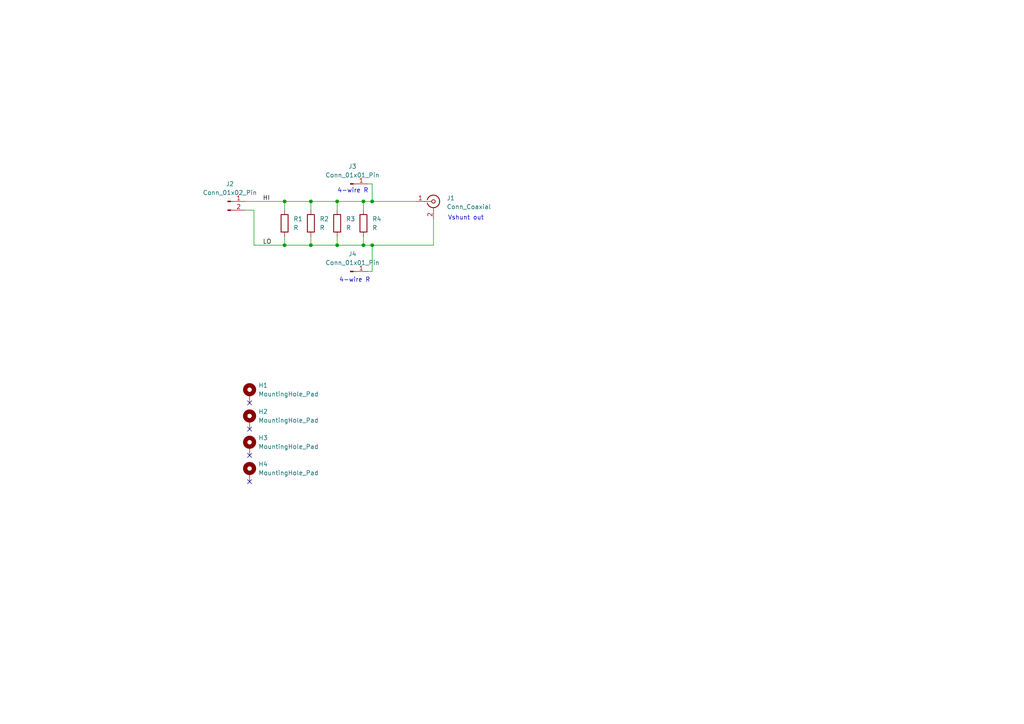
<source format=kicad_sch>
(kicad_sch (version 20231120) (generator "eeschema") (generator_version "8.0")
  (paper "A4")
  (lib_symbols
    (symbol "Connector:Conn_01x01_Pin" (pin_names (offset 1.016) hide)
      (property "Reference" "J" (at 0 2.54 0))
      (property "Value" "Conn_01x01_Pin" (at 0 -2.54 0))
      (symbol "Conn_01x01_Pin_1_1"
        (polyline (pts (xy 1.27 0) (xy 0.8636 0)) (stroke (width 0.1524)))
        (rectangle (start 0.8636 0.127) (end 0 -0.127) (stroke (width 0.1524)) (fill (type outline)))
        (pin passive line (at 5.08 0 180) (length 3.81) (name "Pin_1") (number "1"))
      )
    )
    (symbol "Connector:Conn_01x02_Pin" (pin_names (offset 1.016) hide)
      (property "Reference" "J" (at 0 2.54 0))
      (property "Value" "Conn_01x02_Pin" (at 0 -5.08 0))
      (symbol "Conn_01x02_Pin_1_1"
        (polyline (pts (xy 1.27 -2.54) (xy 0.8636 -2.54)) (stroke (width 0.1524)))
        (polyline (pts (xy 1.27 0) (xy 0.8636 0)) (stroke (width 0.1524)))
        (rectangle (start 0.8636 -2.413) (end 0 -2.667) (stroke (width 0.1524)) (fill (type outline)))
        (rectangle (start 0.8636 0.127) (end 0 -0.127) (stroke (width 0.1524)) (fill (type outline)))
        (pin passive line (at 5.08 0 180) (length 3.81) (name "Pin_1") (number "1"))
        (pin passive line (at 5.08 -2.54 180) (length 3.81) (name "Pin_2") (number "2"))
      )
    )
    (symbol "Connector:Conn_Coaxial" (pin_names (offset 1.016) hide)
      (property "Reference" "J" (at 0.254 3.048 0))
      (property "Value" "Conn_Coaxial" (at 2.921 0 90))
      (symbol "Conn_Coaxial_0_1"
        (arc (start -1.778 -0.508) (mid 0.2311 -1.8066) (end 1.778 0) (stroke (width 0.254)))
        (polyline (pts (xy -2.54 0) (xy -0.508 0)))
        (polyline (pts (xy 0 -2.54) (xy 0 -1.778)))
        (circle (center 0 0) (radius 0.508) (stroke (width 0.2032)))
        (arc (start 1.778 0) (mid 0.2099 1.8101) (end -1.778 0.508) (stroke (width 0.254)))
      )
      (symbol "Conn_Coaxial_1_1"
        (pin passive line (at -5.08 0 0) (length 2.54) (name "In") (number "1"))
        (pin passive line (at 0 -5.08 90) (length 2.54) (name "Ext") (number "2"))
      )
    )
    (symbol "Device:R" (pin_numbers hide) (pin_names (offset 0))
      (property "Reference" "R" (at 2.032 0 90))
      (property "Value" "R" (at 0 0 90))
      (symbol "R_0_1"
        (rectangle (start -1.016 -2.54) (end 1.016 2.54) (stroke (width 0.254)))
      )
      (symbol "R_1_1"
        (pin passive line (at 0 3.81 270) (length 1.27) (name "~") (number "1"))
        (pin passive line (at 0 -3.81 90) (length 1.27) (name "~") (number "2"))
      )
    )
    (symbol "Mechanical:MountingHole_Pad" (pin_numbers hide) (pin_names (offset 1.016) hide) (exclude_from_sim yes) (in_bom no)
      (property "Reference" "H" (at 0 6.35 0))
      (property "Value" "MountingHole_Pad" (at 0 4.445 0))
      (symbol "MountingHole_Pad_0_1"
        (circle (center 0 1.27) (radius 1.27) (stroke (width 1.27)))
      )
      (symbol "MountingHole_Pad_1_1"
        (pin input line (at 0 -2.54 90) (length 2.54) (name "1") (number "1"))
      )
    )
  )
  (junction (at 90.17 71.12))
  (junction (at 97.79 58.42))
  (junction (at 90.17 58.42))
  (junction (at 105.41 58.42))
  (junction (at 105.41 71.12))
  (junction (at 82.55 71.12))
  (junction (at 107.95 58.42))
  (junction (at 82.55 58.42))
  (junction (at 107.95 71.12))
  (junction (at 97.79 71.12))
  (no_connect (at 72.39 139.7))
  (no_connect (at 72.39 116.84))
  (no_connect (at 72.39 124.46))
  (no_connect (at 72.39 132.08))
  (wire (pts (xy 82.55 71.12) (xy 90.17 71.12)))
  (wire (pts (xy 82.55 68.58) (xy 82.55 71.12)))
  (wire (pts (xy 71.12 60.96) (xy 73.66 60.96)))
  (wire (pts (xy 107.95 53.34) (xy 107.95 58.42)))
  (wire (pts (xy 71.12 58.42) (xy 82.55 58.42)))
  (wire (pts (xy 105.41 71.12) (xy 107.95 71.12)))
  (wire (pts (xy 90.17 58.42) (xy 97.79 58.42)))
  (wire (pts (xy 106.68 53.34) (xy 107.95 53.34)))
  (wire (pts (xy 82.55 60.96) (xy 82.55 58.42)))
  (wire (pts (xy 97.79 71.12) (xy 105.41 71.12)))
  (wire (pts (xy 107.95 71.12) (xy 107.95 78.74)))
  (wire (pts (xy 73.66 60.96) (xy 73.66 71.12)))
  (wire (pts (xy 73.66 71.12) (xy 82.55 71.12)))
  (wire (pts (xy 82.55 58.42) (xy 90.17 58.42)))
  (wire (pts (xy 90.17 60.96) (xy 90.17 58.42)))
  (wire (pts (xy 125.73 63.5) (xy 125.73 71.12)))
  (wire (pts (xy 97.79 58.42) (xy 105.41 58.42)))
  (wire (pts (xy 90.17 68.58) (xy 90.17 71.12)))
  (wire (pts (xy 106.68 78.74) (xy 107.95 78.74)))
  (wire (pts (xy 105.41 71.12) (xy 105.41 68.58)))
  (wire (pts (xy 97.79 60.96) (xy 97.79 58.42)))
  (wire (pts (xy 107.95 71.12) (xy 125.73 71.12)))
  (wire (pts (xy 105.41 58.42) (xy 105.41 60.96)))
  (wire (pts (xy 97.79 68.58) (xy 97.79 71.12)))
  (wire (pts (xy 105.41 58.42) (xy 107.95 58.42)))
  (wire (pts (xy 90.17 71.12) (xy 97.79 71.12)))
  (wire (pts (xy 107.95 58.42) (xy 120.65 58.42)))
  (text "4-wire R" (at 102.362 55.372 0) (effects (font (size 1.27 1.27))))
  (text "Vshunt out" (at 135.128 63.246 0) (effects (font (size 1.27 1.27))))
  (text "4-wire R" (at 102.87 81.28 0) (effects (font (size 1.27 1.27))))
  (label "HI" (at 76.2 58.42 0))
  (label "LO" (at 76.2 71.12 0))
  (symbol (lib_id "Connector:Conn_Coaxial") (at 125.73 58.42 0) (unit 1)
    (property "Reference" "J1" (at 129.54 57.4431 0) (effects (justify left)))
    (property "Value" "Conn_Coaxial" (at 129.54 59.9831 0) (effects (justify left)))
    (property "Footprint" "Connector_Coaxial:BNC_Amphenol_B6252HB-NPP3G-50_Horizontal" (effects (hide yes)))
    (property "Description" "coaxial connector (BNC, SMA, SMB, SMC, Cinch/RCA, LEMO, ...)" (effects (hide yes)))
  )
  (symbol (lib_id "Mechanical:MountingHole_Pad") (at 72.39 137.16 0) (unit 1) (exclude_from_sim yes) (in_bom no)
    (property "Reference" "H4" (at 74.93 134.6199 0) (effects (justify left)))
    (property "Value" "MountingHole_Pad" (at 74.93 137.1599 0) (effects (justify left)))
    (property "Footprint" "MountingHole:MountingHole_3.2mm_M3_Pad" (effects (hide yes)))
    (property "Description" "Mounting Hole with connection" (effects (hide yes)))
  )
  (symbol (lib_id "Device:R") (at 97.79 64.77 0) (unit 1)
    (property "Reference" "R3" (at 100.33 63.4999 0) (effects (justify left)))
    (property "Value" "R" (at 100.33 66.0399 0) (effects (justify left)))
    (property "Footprint" "Resistor_SMD:R_2512_6332Metric_Pad1.40x3.35mm_HandSolder" (effects (hide yes)))
    (property "Description" "Resistor" (effects (hide yes)))
  )
  (symbol (lib_id "Connector:Conn_01x01_Pin") (at 101.6 53.34 0) (unit 1)
    (property "Reference" "J3" (at 102.235 48.26 0))
    (property "Value" "Conn_01x01_Pin" (at 102.235 50.8 0))
    (property "Footprint" "Connector_Wire:SolderWire-2.5sqmm_1x01_D2.4mm_OD3.6mm" (effects (hide yes)))
    (property "Description" "Generic connector, single row, 01x01, script generated" (effects (hide yes)))
  )
  (symbol (lib_id "Connector:Conn_01x01_Pin") (at 101.6 78.74 0) (unit 1)
    (property "Reference" "J4" (at 102.235 73.66 0))
    (property "Value" "Conn_01x01_Pin" (at 102.235 76.2 0))
    (property "Footprint" "Connector_Wire:SolderWire-2.5sqmm_1x01_D2.4mm_OD3.6mm" (effects (hide yes)))
    (property "Description" "Generic connector, single row, 01x01, script generated" (effects (hide yes)))
  )
  (symbol (lib_id "Mechanical:MountingHole_Pad") (at 72.39 114.3 0) (unit 1) (exclude_from_sim yes) (in_bom no)
    (property "Reference" "H1" (at 74.93 111.7599 0) (effects (justify left)))
    (property "Value" "MountingHole_Pad" (at 74.93 114.2999 0) (effects (justify left)))
    (property "Footprint" "MountingHole:MountingHole_3.2mm_M3_Pad" (effects (hide yes)))
    (property "Description" "Mounting Hole with connection" (effects (hide yes)))
  )
  (symbol (lib_id "Mechanical:MountingHole_Pad") (at 72.39 129.54 0) (unit 1) (exclude_from_sim yes) (in_bom no)
    (property "Reference" "H3" (at 74.93 126.9999 0) (effects (justify left)))
    (property "Value" "MountingHole_Pad" (at 74.93 129.5399 0) (effects (justify left)))
    (property "Footprint" "MountingHole:MountingHole_3.2mm_M3_Pad" (effects (hide yes)))
    (property "Description" "Mounting Hole with connection" (effects (hide yes)))
  )
  (symbol (lib_id "Device:R") (at 82.55 64.77 0) (unit 1)
    (property "Reference" "R1" (at 85.09 63.4999 0) (effects (justify left)))
    (property "Value" "R" (at 85.09 66.0399 0) (effects (justify left)))
    (property "Footprint" "Resistor_SMD:R_2512_6332Metric_Pad1.40x3.35mm_HandSolder" (effects (hide yes)))
    (property "Description" "Resistor" (effects (hide yes)))
  )
  (symbol (lib_id "Connector:Conn_01x02_Pin") (at 66.04 58.42 0) (unit 1)
    (property "Reference" "J2" (at 66.675 53.34 0))
    (property "Value" "Conn_01x02_Pin" (at 66.675 55.88 0))
    (property "Footprint" "Connector_Wire:SolderWire-0.5sqmm_1x02_P4.6mm_D0.9mm_OD2.1mm" (effects (hide yes)))
    (property "Description" "Generic connector, single row, 01x02, script generated" (effects (hide yes)))
  )
  (symbol (lib_id "Device:R") (at 105.41 64.77 0) (unit 1)
    (property "Reference" "R4" (at 107.95 63.4999 0) (effects (justify left)))
    (property "Value" "R" (at 107.95 66.0399 0) (effects (justify left)))
    (property "Footprint" "Resistor_SMD:R_2512_6332Metric_Pad1.40x3.35mm_HandSolder" (effects (hide yes)))
    (property "Description" "Resistor" (effects (hide yes)))
  )
  (symbol (lib_id "Mechanical:MountingHole_Pad") (at 72.39 121.92 0) (unit 1) (exclude_from_sim yes) (in_bom no)
    (property "Reference" "H2" (at 74.93 119.3799 0) (effects (justify left)))
    (property "Value" "MountingHole_Pad" (at 74.93 121.9199 0) (effects (justify left)))
    (property "Footprint" "MountingHole:MountingHole_3.2mm_M3_Pad" (effects (hide yes)))
    (property "Description" "Mounting Hole with connection" (effects (hide yes)))
  )
  (symbol (lib_id "Device:R") (at 90.17 64.77 0) (unit 1)
    (property "Reference" "R2" (at 92.71 63.4999 0) (effects (justify left)))
    (property "Value" "R" (at 92.71 66.0399 0) (effects (justify left)))
    (property "Footprint" "Resistor_SMD:R_2512_6332Metric_Pad1.40x3.35mm_HandSolder" (effects (hide yes)))
    (property "Description" "Resistor" (effects (hide yes)))
  )
)
</source>
